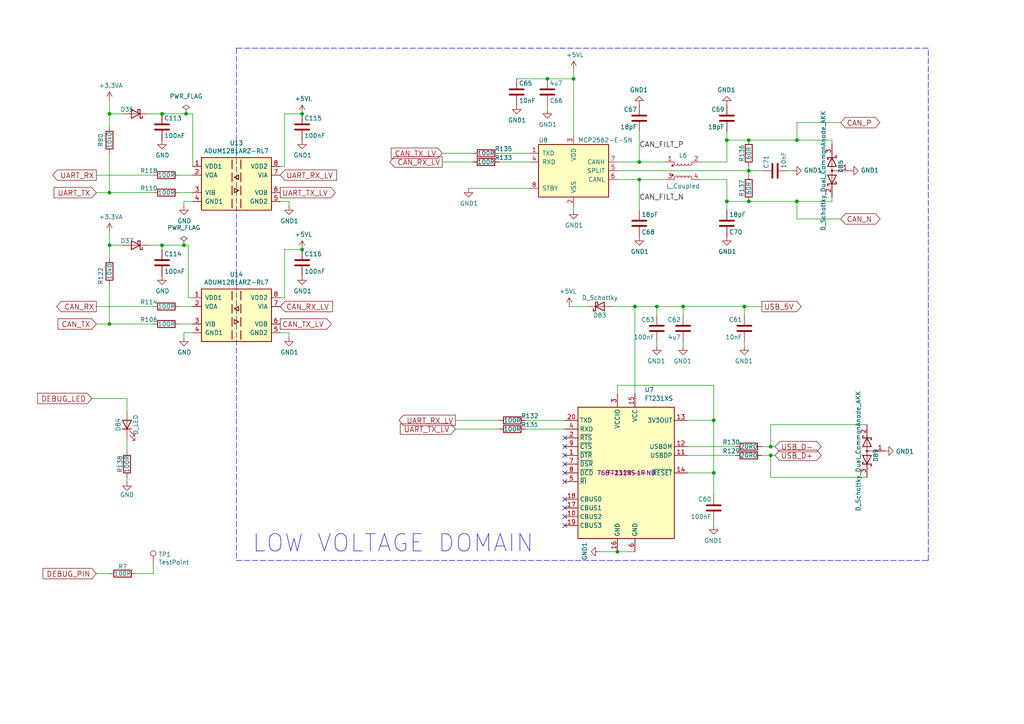
<source format=kicad_sch>
(kicad_sch (version 20250114) (generator "eeschema") (generator_version "9.0")
  (paper "A4")
  (lib_symbols
    (symbol "Connector:TestPoint" (pin_numbers (hide yes)) (pin_names (offset 0.762) (hide yes))
      (property "Reference" "TP" (at 0 6.858 0))
      (property "Value" "TestPoint" (at 0 5.08 0))
      (symbol "TestPoint_0_1"
        (circle (center 0 3.302) (radius 0.762))
      )
      (symbol "TestPoint_1_1"
        (pin passive line (at 0 0 90) (length 2.54) (name "1") (number "1"))
      )
    )
    (symbol "Device:C" (pin_numbers (hide yes)) (pin_names (offset 0.254))
      (property "Reference" "C" (at 0.635 2.54 0))
      (property "Value" "C" (at 0.635 -2.54 0))
      (symbol "C_0_1"
        (polyline (pts (xy -2.032 0.762) (xy 2.032 0.762)) (stroke (width 0.508)))
        (polyline (pts (xy -2.032 -0.762) (xy 2.032 -0.762)) (stroke (width 0.508)))
      )
      (symbol "C_1_1"
        (pin passive line (at 0 3.81 270) (length 2.794) (name "~") (number "1"))
        (pin passive line (at 0 -3.81 90) (length 2.794) (name "~") (number "2"))
      )
    )
    (symbol "Device:D_Schottky" (pin_numbers (hide yes)) (pin_names (offset 1.016) (hide yes))
      (property "Reference" "D" (at 0 2.54 0))
      (property "Value" "D_Schottky" (at 0 -2.54 0))
      (symbol "D_Schottky_0_1"
        (polyline (pts (xy -1.905 0.635) (xy -1.905 1.27) (xy -1.27 1.27) (xy -1.27 -1.27) (xy -0.635 -1.27) (xy -0.635 -0.635)) (stroke (width 0.254)))
        (polyline (pts (xy 1.27 1.27) (xy 1.27 -1.27) (xy -1.27 0) (xy 1.27 1.27)) (stroke (width 0.254)))
        (polyline (pts (xy 1.27 0) (xy -1.27 0)))
      )
      (symbol "D_Schottky_1_1"
        (pin passive line (at -3.81 0 0) (length 2.54) (name "K") (number "1"))
        (pin passive line (at 3.81 0 180) (length 2.54) (name "A") (number "2"))
      )
    )
    (symbol "Device:D_Schottky_Dual_CommonAnode_AKK" (pin_names (offset 0.762) (hide yes))
      (property "Reference" "D" (at 1.27 -2.54 0))
      (property "Value" "D_Schottky_Dual_CommonAnode_AKK" (at 0 2.54 0))
      (symbol "D_Schottky_Dual_CommonAnode_AKK_0_1"
        (polyline (pts (xy -3.81 1.27) (xy -3.81 -1.27) (xy -3.81 -1.27)) (stroke (width 0.254)))
        (polyline (pts (xy -3.81 1.27) (xy -4.318 1.27) (xy -4.318 1.016) (xy -4.318 1.016)) (stroke (width 0.254)))
        (polyline (pts (xy -3.556 0) (xy 3.81 0)))
        (polyline (pts (xy -3.302 -1.016) (xy -3.302 -1.27) (xy -3.81 -1.27) (xy -3.81 -1.27) (xy -3.81 -1.27)) (stroke (width 0.254)))
        (polyline (pts (xy -1.27 -1.27) (xy -3.81 0) (xy -1.27 1.27) (xy -1.27 -1.27) (xy -1.27 -1.27) (xy -1.27 -1.27)) (stroke (width 0.254)))
        (polyline (pts (xy 0 0) (xy 0 -2.54)))
        (circle (center 0 0) (radius 0.254) (fill (type outline)))
        (polyline (pts (xy 1.27 1.27) (xy 3.81 0) (xy 1.27 -1.27) (xy 1.27 1.27) (xy 1.27 1.27) (xy 1.27 1.27)) (stroke (width 0.254)))
        (polyline (pts (xy 3.81 1.27) (xy 3.81 -1.27) (xy 3.81 -1.27)) (stroke (width 0.254)))
        (polyline (pts (xy 3.81 1.27) (xy 3.302 1.27) (xy 3.302 1.016) (xy 3.302 1.016)) (stroke (width 0.254)))
        (polyline (pts (xy 3.81 -1.27) (xy 4.318 -1.27) (xy 4.318 -1.016) (xy 4.318 -1.016)) (stroke (width 0.254)))
        (pin passive line (at -7.62 0 0) (length 3.81) (name "K") (number "2"))
        (pin passive line (at 0 -5.08 90) (length 2.54) (name "A") (number "1"))
        (pin passive line (at 7.62 0 180) (length 3.81) (name "K") (number "3"))
      )
    )
    (symbol "Device:LED" (pin_numbers (hide yes)) (pin_names (offset 1.016) (hide yes))
      (property "Reference" "D" (at 0 2.54 0))
      (property "Value" "LED" (at 0 -2.54 0))
      (symbol "LED_0_1"
        (polyline (pts (xy -3.048 -0.762) (xy -4.572 -2.286) (xy -3.81 -2.286) (xy -4.572 -2.286) (xy -4.572 -1.524)))
        (polyline (pts (xy -1.778 -0.762) (xy -3.302 -2.286) (xy -2.54 -2.286) (xy -3.302 -2.286) (xy -3.302 -1.524)))
        (polyline (pts (xy -1.27 0) (xy 1.27 0)))
        (polyline (pts (xy -1.27 -1.27) (xy -1.27 1.27)) (stroke (width 0.254)))
        (polyline (pts (xy 1.27 -1.27) (xy 1.27 1.27) (xy -1.27 0) (xy 1.27 -1.27)) (stroke (width 0.254)))
      )
      (symbol "LED_1_1"
        (pin passive line (at -3.81 0 0) (length 2.54) (name "K") (number "1"))
        (pin passive line (at 3.81 0 180) (length 2.54) (name "A") (number "2"))
      )
    )
    (symbol "Device:L_Coupled" (pin_names (offset 0.254) (hide yes))
      (property "Reference" "L" (at 0 4.445 0))
      (property "Value" "L_Coupled" (at 0 -4.445 0))
      (symbol "L_Coupled_0_1"
        (circle (center -3.048 1.524) (radius 0.254) (fill (type outline)))
        (circle (center -3.048 -1.27) (radius 0.254) (fill (type outline)))
        (polyline (pts (xy -2.54 2.032) (xy -2.54 2.54)))
        (polyline (pts (xy -2.54 -2.032) (xy -2.54 -2.54)))
        (arc (start -1.524 2.032) (mid -2.032 1.5262) (end -2.54 2.032))
        (arc (start -2.54 -2.032) (mid -2.032 -1.5262) (end -1.524 -2.032))
        (arc (start -0.508 2.032) (mid -1.016 1.5262) (end -1.524 2.032))
        (arc (start -1.524 -2.032) (mid -1.016 -1.5262) (end -0.508 -2.032))
        (arc (start 0.508 2.032) (mid 0 1.5262) (end -0.508 2.032))
        (arc (start -0.508 -2.032) (mid 0 -1.5262) (end 0.508 -2.032))
        (arc (start 1.524 2.032) (mid 1.016 1.5262) (end 0.508 2.032))
        (arc (start 0.508 -2.032) (mid 1.016 -1.5262) (end 1.524 -2.032))
        (arc (start 2.54 2.032) (mid 2.032 1.5262) (end 1.524 2.032))
        (arc (start 1.524 -2.032) (mid 2.032 -1.5262) (end 2.54 -2.032))
        (polyline (pts (xy 2.54 2.54) (xy 2.54 2.032)))
        (polyline (pts (xy 2.54 -2.032) (xy 2.54 -2.54)))
      )
      (symbol "L_Coupled_1_1"
        (pin passive line (at -5.08 2.54 0) (length 2.54) (name "1") (number "1"))
        (pin passive line (at -5.08 -2.54 0) (length 2.54) (name "3") (number "3"))
        (pin passive line (at 5.08 2.54 180) (length 2.54) (name "2") (number "2"))
        (pin passive line (at 5.08 -2.54 180) (length 2.54) (name "4") (number "4"))
      )
    )
    (symbol "Device:R" (pin_numbers (hide yes)) (pin_names (offset 0))
      (property "Reference" "R" (at 2.032 0 90))
      (property "Value" "R" (at 0 0 90))
      (symbol "R_0_1"
        (rectangle (start -1.016 -2.54) (end 1.016 2.54) (stroke (width 0.254)))
      )
      (symbol "R_1_1"
        (pin passive line (at 0 3.81 270) (length 1.27) (name "~") (number "1"))
        (pin passive line (at 0 -3.81 90) (length 1.27) (name "~") (number "2"))
      )
    )
    (symbol "Interface_CAN_LIN:MCP2561-E-SN" (pin_names (offset 1.016))
      (property "Reference" "U" (at -10.16 8.89 0))
      (property "Value" "MCP2561-E-SN" (at 2.54 8.89 0))
      (symbol "MCP2561-E-SN_0_1"
        (rectangle (start -10.16 7.62) (end 10.16 -7.62) (stroke (width 0.254)) (fill (type background)))
      )
      (symbol "MCP2561-E-SN_1_1"
        (pin input line (at -12.7 5.08 0) (length 2.54) (name "TXD") (number "1"))
        (pin output line (at -12.7 2.54 0) (length 2.54) (name "RXD") (number "4"))
        (pin input line (at -12.7 -5.08 0) (length 2.54) (name "STBY") (number "8"))
        (pin power_in line (at 0 10.16 270) (length 2.54) (name "VDD") (number "3"))
        (pin power_in line (at 0 -10.16 90) (length 2.54) (name "VSS") (number "2"))
        (pin bidirectional line (at 12.7 2.54 180) (length 2.54) (name "CANH") (number "7"))
        (pin passive line (at 12.7 0 180) (length 2.54) (name "SPLIT") (number "5"))
        (pin bidirectional line (at 12.7 -2.54 180) (length 2.54) (name "CANL") (number "6"))
      )
    )
    (symbol "Interface_USB:FT231XS"
      (property "Reference" "U" (at -13.97 20.32 0))
      (property "Value" "FT231XS" (at 7.62 20.32 0))
      (symbol "FT231XS_0_1"
        (rectangle (start -13.97 19.05) (end 13.97 -19.05) (stroke (width 0.254)) (fill (type background)))
      )
      (symbol "FT231XS_1_1"
        (pin power_out line (at -17.78 15.24 0) (length 3.81) (name "3V3OUT") (number "13"))
        (pin bidirectional line (at -17.78 7.62 0) (length 3.81) (name "USBDM") (number "12"))
        (pin bidirectional line (at -17.78 5.08 0) (length 3.81) (name "USBDP") (number "11"))
        (pin input line (at -17.78 0 0) (length 3.81) (name "~{RESET}") (number "14"))
        (pin power_in line (at -2.54 22.86 270) (length 3.81) (name "VCC") (number "15"))
        (pin power_in line (at -2.54 -22.86 90) (length 3.81) (name "GND") (number "6"))
        (pin power_in line (at 2.54 22.86 270) (length 3.81) (name "VCCIO") (number "3"))
        (pin power_in line (at 2.54 -22.86 90) (length 3.81) (name "GND") (number "16"))
        (pin output line (at 17.78 15.24 180) (length 3.81) (name "TXD") (number "20"))
        (pin input line (at 17.78 12.7 180) (length 3.81) (name "RXD") (number "4"))
        (pin output line (at 17.78 10.16 180) (length 3.81) (name "~{RTS}") (number "2"))
        (pin input line (at 17.78 7.62 180) (length 3.81) (name "~{CTS}") (number "9"))
        (pin output line (at 17.78 5.08 180) (length 3.81) (name "~{DTR}") (number "1"))
        (pin input line (at 17.78 2.54 180) (length 3.81) (name "~{DSR}") (number "7"))
        (pin input line (at 17.78 0 180) (length 3.81) (name "~{DCD}") (number "8"))
        (pin input line (at 17.78 -2.54 180) (length 3.81) (name "~{RI}") (number "5"))
        (pin bidirectional line (at 17.78 -7.62 180) (length 3.81) (name "CBUS0") (number "18"))
        (pin bidirectional line (at 17.78 -10.16 180) (length 3.81) (name "CBUS1") (number "17"))
        (pin bidirectional line (at 17.78 -12.7 180) (length 3.81) (name "CBUS2") (number "10"))
        (pin bidirectional line (at 17.78 -15.24 180) (length 3.81) (name "CBUS3") (number "19"))
      )
    )
    (symbol "Isolator:ADuM1201WS" (pin_names (offset 1.016))
      (property "Reference" "U" (at -10.16 8.89 0))
      (property "Value" "ADuM1201WS" (at -2.032 8.89 0))
      (symbol "ADuM1201WS_0_1"
        (rectangle (start -10.16 7.62) (end 10.16 -7.62) (stroke (width 0.254)) (fill (type background)))
        (polyline (pts (xy -1.27 6.985) (xy -1.27 4.445)) (stroke (width 0.254)))
        (polyline (pts (xy -1.27 3.175) (xy -1.27 0.635)) (stroke (width 0.254)))
        (polyline (pts (xy -1.27 -0.635) (xy -1.27 -3.175)) (stroke (width 0.254)))
        (polyline (pts (xy -1.27 -4.445) (xy -1.27 -6.985)) (stroke (width 0.254)))
        (polyline (pts (xy -0.635 -1.27) (xy -0.635 -2.54) (xy 0.635 -1.905) (xy -0.635 -1.27)) (stroke (width 0.254)))
        (polyline (pts (xy 0.635 2.54) (xy 0.635 1.27) (xy -0.635 1.905) (xy 0.635 2.54)) (stroke (width 0.254)))
        (polyline (pts (xy 1.27 6.985) (xy 1.27 4.445)) (stroke (width 0.254)))
        (polyline (pts (xy 1.27 3.175) (xy 1.27 0.635)) (stroke (width 0.254)))
        (polyline (pts (xy 1.27 -0.635) (xy 1.27 -3.175)) (stroke (width 0.254)))
        (polyline (pts (xy 1.27 -4.445) (xy 1.27 -6.985)) (stroke (width 0.254)))
      )
      (symbol "ADuM1201WS_1_1"
        (pin power_in line (at -12.7 5.08 0) (length 2.54) (name "VDD1") (number "1"))
        (pin output line (at -12.7 2.54 0) (length 2.54) (name "VOA") (number "2"))
        (pin input line (at -12.7 -2.54 0) (length 2.54) (name "VIB") (number "3"))
        (pin power_in line (at -12.7 -5.08 0) (length 2.54) (name "GND1") (number "4"))
        (pin power_in line (at 12.7 5.08 180) (length 2.54) (name "VDD2") (number "8"))
        (pin input line (at 12.7 2.54 180) (length 2.54) (name "VIA") (number "7"))
        (pin output line (at 12.7 -2.54 180) (length 2.54) (name "VOB") (number "6"))
        (pin power_in line (at 12.7 -5.08 180) (length 2.54) (name "GND2") (number "5"))
      )
    )
    (symbol "power:+3.3VA" (power) (pin_names (offset 0))
      (property "Value" "+3.3VA" (at 0 3.556 0))
      (symbol "+3.3VA_0_1"
        (polyline (pts (xy -0.762 1.27) (xy 0 2.54)))
        (polyline (pts (xy 0 2.54) (xy 0.762 1.27)))
        (polyline (pts (xy 0 0) (xy 0 2.54)))
      )
      (symbol "+3.3VA_1_1"
        (pin power_in line (at 0 0 90) (length 0) (hide yes) (name "+3.3VA") (number "1"))
      )
    )
    (symbol "power:+5VL" (power) (pin_names (offset 0))
      (property "Value" "+5VL" (at 0 3.556 0))
      (symbol "+5VL_0_1"
        (polyline (pts (xy -0.762 1.27) (xy 0 2.54)))
        (polyline (pts (xy 0 2.54) (xy 0.762 1.27)))
        (polyline (pts (xy 0 0) (xy 0 2.54)))
      )
      (symbol "+5VL_1_1"
        (pin power_in line (at 0 0 90) (length 0) (hide yes) (name "+5VL") (number "1"))
      )
    )
    (symbol "power:GND" (power) (pin_names (offset 0))
      (property "Value" "GND" (at 0 -3.81 0))
      (symbol "GND_0_1"
        (polyline (pts (xy 0 0) (xy 0 -1.27) (xy 1.27 -1.27) (xy 0 -2.54) (xy -1.27 -1.27) (xy 0 -1.27)))
      )
      (symbol "GND_1_1"
        (pin power_in line (at 0 0 270) (length 0) (hide yes) (name "GND") (number "1"))
      )
    )
    (symbol "power:GND1" (power) (pin_names (offset 0))
      (property "Value" "GND1" (at 0 -3.81 0))
      (symbol "GND1_0_1"
        (polyline (pts (xy 0 0) (xy 0 -1.27) (xy 1.27 -1.27) (xy 0 -2.54) (xy -1.27 -1.27) (xy 0 -1.27)))
      )
      (symbol "GND1_1_1"
        (pin power_in line (at 0 0 270) (length 0) (hide yes) (name "GND1") (number "1"))
      )
    )
    (symbol "power:PWR_FLAG" (power) (pin_numbers (hide yes)) (pin_names (offset 0) (hide yes))
      (property "Value" "PWR_FLAG" (at 0 3.81 0))
      (symbol "PWR_FLAG_0_0"
        (pin power_out line (at 0 0 90) (length 0) (name "pwr") (number "1"))
      )
      (symbol "PWR_FLAG_0_1"
        (polyline (pts (xy 0 0) (xy 0 1.27) (xy -1.016 1.905) (xy 0 2.54) (xy 1.016 1.905) (xy 0 1.27)))
      )
    )
  )
  (text "LOW VOLTAGE DOMAIN" (at 73.025 160.655 0) (effects (font (size 5.0038 5.0038)) (justify left bottom)))
  (junction (at 207.01 121.92))
  (junction (at 223.52 129.54))
  (junction (at 210.82 40.64))
  (junction (at 198.12 88.9))
  (junction (at 190.5 88.9))
  (junction (at 31.75 93.98))
  (junction (at 31.75 71.12))
  (junction (at 231.14 58.42))
  (junction (at 185.42 52.07))
  (junction (at 217.17 49.53))
  (junction (at 31.75 33.02))
  (junction (at 46.99 33.02))
  (junction (at 166.37 22.86))
  (junction (at 217.17 40.64))
  (junction (at 53.975 33.02))
  (junction (at 87.63 72.39))
  (junction (at 46.99 71.12))
  (junction (at 179.07 160.02))
  (junction (at 53.34 71.12))
  (junction (at 158.75 22.86))
  (junction (at 210.82 58.42))
  (junction (at 217.17 58.42))
  (junction (at 207.01 137.16))
  (junction (at 185.42 46.99))
  (junction (at 231.14 40.64))
  (junction (at 215.9 88.9))
  (junction (at 223.52 132.08))
  (junction (at 87.63 33.02))
  (junction (at 184.15 88.9))
  (junction (at 31.75 55.88))
  (no_connect (at 163.83 147.32))
  (no_connect (at 163.83 134.62))
  (no_connect (at 163.83 152.4))
  (no_connect (at 163.83 144.78))
  (no_connect (at 163.83 129.54))
  (no_connect (at 163.83 127))
  (no_connect (at 163.83 137.16))
  (no_connect (at 163.83 132.08))
  (no_connect (at 163.83 139.7))
  (no_connect (at 163.83 149.86))
  (wire (pts (xy 179.07 49.53) (xy 217.17 49.53)))
  (wire (pts (xy 87.63 72.39) (xy 82.55 72.39)))
  (wire (pts (xy 83.82 96.52) (xy 81.28 96.52)))
  (wire (pts (xy 215.9 100.33) (xy 215.9 99.06)))
  (wire (pts (xy 163.83 121.92) (xy 152.4 121.92)))
  (wire (pts (xy 31.75 71.12) (xy 31.75 74.93)))
  (wire (pts (xy 53.975 33.02) (xy 55.88 33.02)))
  (wire (pts (xy 137.16 46.99) (xy 128.27 46.99)))
  (wire (pts (xy 165.1 88.9) (xy 170.18 88.9)))
  (wire (pts (xy 217.17 48.26) (xy 217.17 49.53)))
  (wire (pts (xy 44.45 166.37) (xy 39.37 166.37)))
  (wire (pts (xy 153.67 44.45) (xy 144.78 44.45)))
  (wire (pts (xy 190.5 100.33) (xy 190.5 99.06)))
  (wire (pts (xy 185.42 52.07) (xy 185.42 60.96)))
  (wire (pts (xy 179.07 114.3) (xy 179.07 111.76)))
  (wire (pts (xy 144.78 46.99) (xy 153.67 46.99)))
  (wire (pts (xy 185.42 46.99) (xy 185.42 38.1)))
  (polyline (pts (xy 269.24 162.56) (xy 269.24 13.97)) (stroke (width 0) (type dash)))
  (wire (pts (xy 53.34 58.42) (xy 55.88 58.42)))
  (wire (pts (xy 215.9 91.44) (xy 215.9 88.9)))
  (wire (pts (xy 55.88 86.36) (xy 54.61 86.36)))
  (wire (pts (xy 53.34 59.69) (xy 53.34 58.42)))
  (wire (pts (xy 207.01 111.76) (xy 207.01 121.92)))
  (wire (pts (xy 220.98 49.53) (xy 217.17 49.53)))
  (wire (pts (xy 52.07 93.98) (xy 55.88 93.98)))
  (wire (pts (xy 210.82 46.99) (xy 203.2 46.99)))
  (wire (pts (xy 52.07 50.8) (xy 55.88 50.8)))
  (wire (pts (xy 31.75 44.45) (xy 31.75 55.88)))
  (wire (pts (xy 53.34 96.52) (xy 55.88 96.52)))
  (wire (pts (xy 166.37 22.86) (xy 166.37 39.37)))
  (wire (pts (xy 224.79 132.08) (xy 223.52 132.08)))
  (wire (pts (xy 128.27 44.45) (xy 137.16 44.45)))
  (wire (pts (xy 43.18 33.02) (xy 46.99 33.02)))
  (wire (pts (xy 231.14 40.64) (xy 241.3 40.64)))
  (wire (pts (xy 241.3 40.64) (xy 241.3 41.91)))
  (wire (pts (xy 31.75 33.02) (xy 31.75 36.83)))
  (wire (pts (xy 223.52 132.08) (xy 220.98 132.08)))
  (wire (pts (xy 198.12 91.44) (xy 198.12 88.9)))
  (wire (pts (xy 207.01 137.16) (xy 207.01 143.51)))
  (wire (pts (xy 223.52 129.54) (xy 224.79 129.54)))
  (wire (pts (xy 31.75 55.88) (xy 27.94 55.88)))
  (wire (pts (xy 210.82 38.1) (xy 210.82 40.64)))
  (wire (pts (xy 55.88 55.88) (xy 52.07 55.88)))
  (wire (pts (xy 166.37 60.96) (xy 166.37 59.69)))
  (wire (pts (xy 53.34 71.12) (xy 54.61 71.12)))
  (wire (pts (xy 36.83 119.38) (xy 36.83 115.57)))
  (wire (pts (xy 231.14 58.42) (xy 241.3 58.42)))
  (wire (pts (xy 203.2 52.07) (xy 210.82 52.07)))
  (wire (pts (xy 223.52 138.43) (xy 223.52 132.08)))
  (wire (pts (xy 87.63 33.02) (xy 82.55 33.02)))
  (wire (pts (xy 207.01 121.92) (xy 199.39 121.92)))
  (wire (pts (xy 198.12 88.9) (xy 190.5 88.9)))
  (wire (pts (xy 54.61 86.36) (xy 54.61 71.12)))
  (polyline (pts (xy 68.58 13.97) (xy 269.24 13.97)) (stroke (width 0) (type dash)))
  (wire (pts (xy 166.37 20.32) (xy 166.37 22.86)))
  (wire (pts (xy 179.07 160.02) (xy 173.99 160.02)))
  (wire (pts (xy 44.45 88.9) (xy 27.94 88.9)))
  (wire (pts (xy 223.52 123.19) (xy 251.46 123.19)))
  (wire (pts (xy 231.14 63.5) (xy 231.14 58.42)))
  (wire (pts (xy 31.75 82.55) (xy 31.75 93.98)))
  (wire (pts (xy 217.17 58.42) (xy 231.14 58.42)))
  (wire (pts (xy 243.84 35.56) (xy 231.14 35.56)))
  (wire (pts (xy 53.34 97.79) (xy 53.34 96.52)))
  (wire (pts (xy 153.67 54.61) (xy 135.89 54.61)))
  (wire (pts (xy 36.83 115.57) (xy 26.67 115.57)))
  (wire (pts (xy 210.82 40.64) (xy 217.17 40.64)))
  (wire (pts (xy 158.75 22.86) (xy 166.37 22.86)))
  (wire (pts (xy 43.18 71.12) (xy 46.99 71.12)))
  (wire (pts (xy 217.17 49.53) (xy 217.17 50.8)))
  (wire (pts (xy 210.82 58.42) (xy 217.17 58.42)))
  (wire (pts (xy 149.86 22.86) (xy 158.75 22.86)))
  (wire (pts (xy 83.82 58.42) (xy 81.28 58.42)))
  (wire (pts (xy 44.45 93.98) (xy 31.75 93.98)))
  (wire (pts (xy 198.12 100.33) (xy 198.12 99.06)))
  (wire (pts (xy 31.75 67.31) (xy 31.75 71.12)))
  (wire (pts (xy 229.87 49.53) (xy 228.6 49.53)))
  (wire (pts (xy 55.88 88.9) (xy 52.07 88.9)))
  (wire (pts (xy 213.36 132.08) (xy 199.39 132.08)))
  (wire (pts (xy 36.83 130.81) (xy 36.83 127)))
  (wire (pts (xy 223.52 129.54) (xy 223.52 123.19)))
  (wire (pts (xy 83.82 97.79) (xy 83.82 96.52)))
  (wire (pts (xy 82.55 33.02) (xy 82.55 48.26)))
  (wire (pts (xy 185.42 52.07) (xy 193.04 52.07)))
  (wire (pts (xy 199.39 129.54) (xy 213.36 129.54)))
  (wire (pts (xy 35.56 71.12) (xy 31.75 71.12)))
  (wire (pts (xy 215.9 88.9) (xy 198.12 88.9)))
  (wire (pts (xy 190.5 91.44) (xy 190.5 88.9)))
  (wire (pts (xy 46.99 71.12) (xy 53.34 71.12)))
  (wire (pts (xy 132.08 121.92) (xy 144.78 121.92)))
  (wire (pts (xy 207.01 137.16) (xy 199.39 137.16)))
  (wire (pts (xy 36.83 139.7) (xy 36.83 138.43)))
  (wire (pts (xy 82.55 48.26) (xy 81.28 48.26)))
  (wire (pts (xy 31.75 93.98) (xy 27.94 93.98)))
  (wire (pts (xy 190.5 88.9) (xy 184.15 88.9)))
  (wire (pts (xy 82.55 86.36) (xy 81.28 86.36)))
  (wire (pts (xy 83.82 59.69) (xy 83.82 58.42)))
  (wire (pts (xy 82.55 72.39) (xy 82.55 86.36)))
  (wire (pts (xy 210.82 40.64) (xy 210.82 46.99)))
  (wire (pts (xy 27.94 50.8) (xy 44.45 50.8)))
  (wire (pts (xy 158.75 31.75) (xy 158.75 30.48)))
  (wire (pts (xy 31.75 29.21) (xy 31.75 33.02)))
  (wire (pts (xy 46.99 71.12) (xy 46.99 72.39)))
  (wire (pts (xy 152.4 124.46) (xy 163.83 124.46)))
  (wire (pts (xy 31.75 166.37) (xy 27.94 166.37)))
  (polyline (pts (xy 68.58 162.56) (xy 269.24 162.56)) (stroke (width 0) (type dash)))
  (wire (pts (xy 144.78 124.46) (xy 132.08 124.46)))
  (wire (pts (xy 243.84 63.5) (xy 231.14 63.5)))
  (wire (pts (xy 179.07 46.99) (xy 185.42 46.99)))
  (wire (pts (xy 207.01 152.4) (xy 207.01 151.13)))
  (wire (pts (xy 241.3 58.42) (xy 241.3 57.15)))
  (wire (pts (xy 220.98 88.9) (xy 215.9 88.9)))
  (wire (pts (xy 44.45 163.83) (xy 44.45 166.37)))
  (wire (pts (xy 207.01 121.92) (xy 207.01 137.16)))
  (wire (pts (xy 46.99 33.02) (xy 53.975 33.02)))
  (wire (pts (xy 185.42 46.99) (xy 193.04 46.99)))
  (wire (pts (xy 207.01 111.76) (xy 179.07 111.76)))
  (polyline (pts (xy 68.58 13.97) (xy 68.58 162.56)) (stroke (width 0) (type dash)))
  (wire (pts (xy 44.45 55.88) (xy 31.75 55.88)))
  (wire (pts (xy 184.15 88.9) (xy 177.8 88.9)))
  (wire (pts (xy 35.56 33.02) (xy 31.75 33.02)))
  (wire (pts (xy 179.07 52.07) (xy 185.42 52.07)))
  (wire (pts (xy 217.17 40.64) (xy 231.14 40.64)))
  (wire (pts (xy 231.14 35.56) (xy 231.14 40.64)))
  (wire (pts (xy 251.46 138.43) (xy 223.52 138.43)))
  (wire (pts (xy 210.82 58.42) (xy 210.82 60.96)))
  (wire (pts (xy 220.98 129.54) (xy 223.52 129.54)))
  (wire (pts (xy 179.07 160.02) (xy 184.15 160.02)))
  (wire (pts (xy 184.15 88.9) (xy 184.15 114.3)))
  (wire (pts (xy 55.88 33.02) (xy 55.88 48.26)))
  (wire (pts (xy 210.82 52.07) (xy 210.82 58.42)))
  (label "CAN_FILT_P" (at 185.42 43.18 0) (effects (font (size 1.524 1.524))))
  (label "CAN_FILT_N" (at 185.42 58.42 0) (effects (font (size 1.524 1.524))))
  (global_label "USB_D-" (shape bidirectional) (at 224.79 129.54 0) (effects (font (size 1.524 1.524))) (property "Intersheetrefs" "${INTERSHEET_REFS}" (effects (hide yes))))
  (global_label "CAN_N" (shape bidirectional) (at 243.84 63.5 0) (effects (font (size 1.524 1.524))) (property "Intersheetrefs" "${INTERSHEET_REFS}" (effects (hide yes))))
  (global_label "DEBUG_PIN" (shape input) (at 27.94 166.37 180) (effects (font (size 1.524 1.524))) (property "Intersheetrefs" "${INTERSHEET_REFS}" (effects (hide yes))))
  (global_label "UART_TX_LV" (shape output) (at 81.28 55.88 0) (effects (font (size 1.524 1.524))) (property "Intersheetrefs" "${INTERSHEET_REFS}" (effects (hide yes))))
  (global_label "DEBUG_LED" (shape input) (at 26.67 115.57 180) (effects (font (size 1.524 1.524))) (property "Intersheetrefs" "${INTERSHEET_REFS}" (effects (hide yes))))
  (global_label "CAN_RX_LV" (shape output) (at 128.27 46.99 180) (effects (font (size 1.524 1.524))) (property "Intersheetrefs" "${INTERSHEET_REFS}" (effects (hide yes))))
  (global_label "USB_D+" (shape bidirectional) (at 224.79 132.08 0) (effects (font (size 1.524 1.524))) (property "Intersheetrefs" "${INTERSHEET_REFS}" (effects (hide yes))))
  (global_label "USB_5V" (shape output) (at 220.98 88.9 0) (effects (font (size 1.524 1.524))) (property "Intersheetrefs" "${INTERSHEET_REFS}" (effects (hide yes))))
  (global_label "CAN_TX_LV" (shape output) (at 81.28 93.98 0) (effects (font (size 1.524 1.524))) (property "Intersheetrefs" "${INTERSHEET_REFS}" (effects (hide yes))))
  (global_label "UART_RX" (shape output) (at 27.94 50.8 180) (effects (font (size 1.524 1.524))) (property "Intersheetrefs" "${INTERSHEET_REFS}" (effects (hide yes))))
  (global_label "CAN_RX" (shape output) (at 27.94 88.9 180) (effects (font (size 1.524 1.524))) (property "Intersheetrefs" "${INTERSHEET_REFS}" (effects (hide yes))))
  (global_label "UART_TX" (shape input) (at 27.94 55.88 180) (effects (font (size 1.524 1.524))) (property "Intersheetrefs" "${INTERSHEET_REFS}" (effects (hide yes))))
  (global_label "UART_RX_LV" (shape input) (at 81.28 50.8 0) (effects (font (size 1.524 1.524))) (property "Intersheetrefs" "${INTERSHEET_REFS}" (effects (hide yes))))
  (global_label "CAN_P" (shape bidirectional) (at 243.84 35.56 0) (effects (font (size 1.524 1.524))) (property "Intersheetrefs" "${INTERSHEET_REFS}" (effects (hide yes))))
  (global_label "CAN_TX" (shape input) (at 27.94 93.98 180) (effects (font (size 1.524 1.524))) (property "Intersheetrefs" "${INTERSHEET_REFS}" (effects (hide yes))))
  (global_label "CAN_RX_LV" (shape input) (at 81.28 88.9 0) (effects (font (size 1.524 1.524))) (property "Intersheetrefs" "${INTERSHEET_REFS}" (effects (hide yes))))
  (global_label "CAN_TX_LV" (shape input) (at 128.27 44.45 180) (effects (font (size 1.524 1.524))) (property "Intersheetrefs" "${INTERSHEET_REFS}" (effects (hide yes))))
  (global_label "UART_RX_LV" (shape output) (at 132.08 121.92 180) (effects (font (size 1.524 1.524))) (property "Intersheetrefs" "${INTERSHEET_REFS}" (effects (hide yes))))
  (global_label "UART_TX_LV" (shape input) (at 132.08 124.46 180) (effects (font (size 1.524 1.524))) (property "Intersheetrefs" "${INTERSHEET_REFS}" (effects (hide yes))))
  (symbol (lib_id "Device:R") (at 140.97 44.45 270) (unit 1)
    (property "Reference" "R135" (at 146.05 43.18 90))
    (property "Value" "100R" (at 140.97 44.45 90))
    (property "Footprint" "Resistor_SMD:R_0603_1608Metric" (effects (hide yes)))
    (property "MPN" "AC0603FR-07100RL" (effects (hide yes)))
    (property "populate" "y" (effects (hide yes)))
    (property "Part Number" "AC0603FR-07100RL" (effects (hide yes)))
    (property "Digikey_PN" "YAG3561CT-ND" (effects (hide yes)))
  )
  (symbol (lib_id "Device:R") (at 140.97 46.99 270) (unit 1)
    (property "Reference" "R133" (at 146.05 45.72 90))
    (property "Value" "100R" (at 140.97 46.99 90))
    (property "Footprint" "Resistor_SMD:R_0603_1608Metric" (effects (hide yes)))
    (property "MPN" "AC0603FR-07100RL" (effects (hide yes)))
    (property "populate" "y" (effects (hide yes)))
    (property "Part Number" "AC0603FR-07100RL" (effects (hide yes)))
    (property "Digikey_PN" "YAG3561CT-ND" (effects (hide yes)))
  )
  (symbol (lib_id "Device:R") (at 217.17 44.45 180) (unit 1)
    (property "Reference" "R136" (at 215.138 44.45 90))
    (property "Value" "60R" (at 217.17 44.45 90))
    (property "Footprint" "Resistor_SMD:R_2512_6332Metric" (effects (hide yes)))
    (property "Datasheet" "https://www.seielect.com/Catalog/SEI-RMCF_RMCP.pdf" (effects (hide yes)))
    (property "MPN" "RMCF2512JT62R0" (effects (hide yes)))
    (property "populate" "y" (effects (hide yes)))
    (property "Part Number" "RMCF2512JT62R0" (effects (hide yes)))
    (property "Digikey_PN" "RMCF2512JT62R0CT-ND" (effects (hide yes)))
  )
  (symbol (lib_id "Device:R") (at 217.17 54.61 180) (unit 1)
    (property "Reference" "R137" (at 215.138 54.61 90))
    (property "Value" "60R" (at 217.17 54.61 90))
    (property "Footprint" "Resistor_SMD:R_2512_6332Metric" (effects (hide yes)))
    (property "Datasheet" "https://www.seielect.com/Catalog/SEI-RMCF_RMCP.pdf" (effects (hide yes)))
    (property "MPN" "RMCF2512JT62R0" (effects (hide yes)))
    (property "populate" "y" (effects (hide yes)))
    (property "Part Number" "RMCF2512JT62R0" (effects (hide yes)))
    (property "Digikey_PN" "RMCF2512JT62R0CT-ND" (effects (hide yes)))
  )
  (symbol (lib_id "Device:C") (at 215.9 95.25 0) (mirror y) (unit 1)
    (property "Reference" "C61" (at 215.265 92.71 0) (effects (justify left)))
    (property "Value" "10nF" (at 215.265 97.79 0) (effects (justify left)))
    (property "Footprint" "Capacitor_SMD:C_0603_1608Metric" (effects (hide yes)))
    (property "MPN" "GCM188R72A103KA37D" (effects (hide yes)))
    (property "populate" "y" (effects (hide yes)))
    (property "Part Number" "GCM188R72A103KA37D" (effects (hide yes)))
    (property "Digikey_PN" "490-4781-1-ND" (effects (hide yes)))
  )
  (symbol (lib_id "Device:C") (at 190.5 95.25 0) (mirror y) (unit 1)
    (property "Reference" "C63" (at 189.865 92.71 0) (effects (justify left)))
    (property "Value" "100nF" (at 189.865 97.79 0) (effects (justify left)))
    (property "Footprint" "Capacitor_SMD:C_0603_1608Metric" (effects (hide yes)))
    (property "Datasheet" "http://psearch.en.murata.com/capacitor/product/GCM188R71H104KA57%23.pdf" (effects (hide yes)))
    (property "MPN" "GCM188R71H104KA57D" (effects (hide yes)))
    (property "populate" "y" (effects (hide yes)))
    (property "Part Number" "GCM188R71H104KA57D" (effects (hide yes)))
    (property "Digikey_PN" "490-4779-1-ND" (effects (hide yes)))
  )
  (symbol (lib_id "Device:C") (at 198.12 95.25 0) (mirror y) (unit 1)
    (property "Reference" "C62" (at 197.485 92.71 0) (effects (justify left)))
    (property "Value" "4u7" (at 197.485 97.79 0) (effects (justify left)))
    (property "Footprint" "Capacitor_SMD:C_1206_3216Metric" (effects (hide yes)))
    (property "Datasheet" "https://product.tdk.com/info/en/catalog/datasheets/mlcc_automotive_soft_en.pdf" (effects (hide yes)))
    (property "MPN" "CGA5L3X7R1H475K160AE" (effects (hide yes)))
    (property "populate" "y" (effects (hide yes)))
    (property "Part Number" "CGA5L3X7R1H475K160AE" (effects (hide yes)))
    (property "Digikey_PN" "445-172481-1-ND" (effects (hide yes)))
  )
  (symbol (lib_id "Device:D_Schottky") (at 173.99 88.9 0) (mirror x) (unit 1)
    (property "Reference" "D83" (at 173.99 91.44 0))
    (property "Value" "D_Schottky" (at 173.99 86.36 0))
    (property "Footprint" "Diode_SMD:D_SMA" (effects (hide yes)))
    (property "Datasheet" "https://www.st.com/content/ccc/resource/technical/document/datasheet/c8/2f/54/15/4c/14/44/bb/CD00003321.pdf/files/CD00003321.pdf/jcr:content/translations/en.CD00003321.pdf" (effects (hide yes)))
    (property "MPN" "STPS1150A" (effects (hide yes)))
    (property "populate" "y" (effects (hide yes)))
    (property "Part Number" "STPS1150A" (effects (hide yes)))
    (property "Digikey_PN" "497-7545-1-ND" (effects (hide yes)))
  )
  (symbol (lib_id "Device:C") (at 149.86 26.67 0) (unit 1)
    (property "Reference" "C65" (at 150.495 24.13 0) (effects (justify left)))
    (property "Value" "10nF" (at 150.495 29.21 0) (effects (justify left)))
    (property "Footprint" "Capacitor_SMD:C_0603_1608Metric" (effects (hide yes)))
    (property "MPN" "GCM188R72A103KA37D" (effects (hide yes)))
    (property "populate" "y" (effects (hide yes)))
    (property "Part Number" "GCM188R72A103KA37D" (effects (hide yes)))
    (property "Digikey_PN" "490-4781-1-ND" (effects (hide yes)))
  )
  (symbol (lib_id "Device:C") (at 207.01 147.32 0) (mirror y) (unit 1)
    (property "Reference" "C60" (at 206.375 144.78 0) (effects (justify left)))
    (property "Value" "100nF" (at 206.375 149.86 0) (effects (justify left)))
    (property "Footprint" "Capacitor_SMD:C_0603_1608Metric" (effects (hide yes)))
    (property "Datasheet" "http://psearch.en.murata.com/capacitor/product/GCM188R71H104KA57%23.pdf" (effects (hide yes)))
    (property "MPN" "GCM188R71H104KA57D" (effects (hide yes)))
    (property "populate" "y" (effects (hide yes)))
    (property "Part Number" "GCM188R71H104KA57D" (effects (hide yes)))
    (property "Digikey_PN" "490-4779-1-ND" (effects (hide yes)))
  )
  (symbol (lib_id "Device:LED") (at 36.83 123.19 90) (unit 1)
    (property "Reference" "D84" (at 34.29 123.19 0))
    (property "Value" "D_LED" (at 39.37 123.19 0))
    (property "Footprint" "Diode_SMD:D_0603_1608Metric" (effects (hide yes)))
    (property "Datasheet" "http://optoelectronics.liteon.com/upload/download/DS22-2000-223/LTST-C191KRKT.PDF" (effects (hide yes)))
    (property "MPN" "LTST-C191KRKT" (effects (hide yes)))
    (property "populate" "y" (effects (hide yes)))
    (property "Part Number" "LTST-C191KRKT" (effects (hide yes)))
    (property "Digikey_PN" "160-1447-1-ND" (effects (hide yes)))
  )
  (symbol (lib_id "Device:R") (at 36.83 134.62 180) (unit 1)
    (property "Reference" "R138" (at 34.798 134.62 90))
    (property "Value" "100R" (at 36.83 134.62 90))
    (property "Footprint" "Resistor_SMD:R_0603_1608Metric" (effects (hide yes)))
    (property "MPN" "AC0603FR-07100RL" (effects (hide yes)))
    (property "populate" "y" (effects (hide yes)))
    (property "Part Number" "AC0603FR-07100RL" (effects (hide yes)))
    (property "Digikey_PN" "YAG3561CT-ND" (effects (hide yes)))
  )
  (symbol (lib_id "power:GND") (at 36.83 139.7 0) (unit 1)
    (property "Reference" "#PWR058" (effects (hide yes)))
    (property "Value" "GND" (at 36.83 143.51 0))
  )
  (symbol (lib_id "Device:C") (at 224.79 49.53 90) (unit 1)
    (property "Reference" "C71" (at 222.25 48.895 0) (effects (justify left)))
    (property "Value" "10nF" (at 227.33 48.895 0) (effects (justify left)))
    (property "Footprint" "Capacitor_SMD:C_0603_1608Metric" (effects (hide yes)))
    (property "MPN" "GCM188R72A103KA37D" (effects (hide yes)))
    (property "populate" "y" (effects (hide yes)))
    (property "Part Number" "GCM188R72A103KA37D" (effects (hide yes)))
    (property "Digikey_PN" "490-4781-1-ND" (effects (hide yes)))
  )
  (symbol (lib_id "Device:R") (at 217.17 129.54 270) (mirror x) (unit 1)
    (property "Reference" "R130" (at 212.09 128.27 90))
    (property "Value" "20R0" (at 217.17 129.54 90))
    (property "Footprint" "Resistor_SMD:R_0603_1608Metric" (effects (hide yes)))
    (property "Datasheet" "https://www.seielect.com/catalog/sei-rmcf_rmcp.pdf" (effects (hide yes)))
    (property "MPN" "RMCF0603FT20R0" (effects (hide yes)))
    (property "populate" "y" (effects (hide yes)))
    (property "Part Number" "RMCF0603FT20R0" (effects (hide yes)))
    (property "Digikey_PN" "RMCF0603FT20R0CT-ND" (effects (hide yes)))
  )
  (symbol (lib_id "Device:R") (at 217.17 132.08 270) (mirror x) (unit 1)
    (property "Reference" "R129" (at 212.09 130.81 90))
    (property "Value" "20R0" (at 217.17 132.08 90))
    (property "Footprint" "Resistor_SMD:R_0603_1608Metric" (effects (hide yes)))
    (property "Datasheet" "https://www.seielect.com/catalog/sei-rmcf_rmcp.pdf" (effects (hide yes)))
    (property "MPN" "RMCF0603FT20R0" (effects (hide yes)))
    (property "populate" "y" (effects (hide yes)))
    (property "Part Number" "RMCF0603FT20R0" (effects (hide yes)))
    (property "Digikey_PN" "RMCF0603FT20R0CT-ND" (effects (hide yes)))
  )
  (symbol (lib_id "Device:L_Coupled") (at 198.12 49.53 0) (unit 1)
    (property "Reference" "L6" (at 198.12 45.085 0))
    (property "Value" "L_Coupled" (at 198.12 53.975 0))
    (property "Footprint" "Footprints:ACT45B" (effects (hide yes)))
    (property "Datasheet" "https://en.tdk.eu/inf/30/ds/act45b.pdf" (effects (hide yes)))
    (property "MPN" "B82787C0513H002" (effects (hide yes)))
    (property "populate" "y" (effects (hide yes)))
    (property "Part Number" "B82787C0513H002" (effects (hide yes)))
    (property "Digikey_PN" "495-4597-1-ND" (effects (hide yes)))
  )
  (symbol (lib_id "Device:C") (at 210.82 34.29 0) (mirror y) (unit 1)
    (property "Reference" "C69" (at 210.185 31.75 0) (effects (justify left)))
    (property "Value" "18pF" (at 210.185 36.83 0) (effects (justify left)))
    (property "Footprint" "Capacitor_SMD:C_0603_1608Metric" (effects (hide yes)))
    (property "Datasheet" "https://product.tdk.com/info/en/documents/chara_sheet/CGA3E2C0G1H180J080AA.pdf" (effects (hide yes)))
    (property "MPN" "CGA3E2C0G1H180J080AA" (effects (hide yes)))
    (property "populate" "y" (effects (hide yes)))
    (property "Part Number" "CGA3E2C0G1H180J080AA" (effects (hide yes)))
    (property "Digikey_PN" "445-5631-1-ND" (effects (hide yes)))
  )
  (symbol (lib_id "Device:C") (at 210.82 64.77 0) (mirror x) (unit 1)
    (property "Reference" "C70" (at 211.455 67.31 0) (effects (justify left)))
    (property "Value" "18pF" (at 211.455 62.23 0) (effects (justify left)))
    (property "Footprint" "Capacitor_SMD:C_0603_1608Metric" (effects (hide yes)))
    (property "Datasheet" "https://product.tdk.com/info/en/documents/chara_sheet/CGA3E2C0G1H180J080AA.pdf" (effects (hide yes)))
    (property "MPN" "CGA3E2C0G1H180J080AA" (effects (hide yes)))
    (property "populate" "y" (effects (hide yes)))
    (property "Part Number" "CGA3E2C0G1H180J080AA" (effects (hide yes)))
    (property "Digikey_PN" "445-5631-1-ND" (effects (hide yes)))
  )
  (symbol (lib_id "Device:C") (at 185.42 64.77 0) (mirror x) (unit 1)
    (property "Reference" "C68" (at 186.055 67.31 0) (effects (justify left)))
    (property "Value" "18pF" (at 186.055 62.23 0) (effects (justify left)))
    (property "Footprint" "Capacitor_SMD:C_0603_1608Metric" (effects (hide yes)))
    (property "Datasheet" "https://product.tdk.com/info/en/documents/chara_sheet/CGA3E2C0G1H180J080AA.pdf" (effects (hide yes)))
    (property "MPN" "CGA3E2C0G1H180J080AA" (effects (hide yes)))
    (property "populate" "y" (effects (hide yes)))
    (property "Part Number" "CGA3E2C0G1H180J080AA" (effects (hide yes)))
    (property "Digikey_PN" "445-5631-1-ND" (effects (hide yes)))
  )
  (symbol (lib_id "Device:C") (at 185.42 34.29 0) (mirror y) (unit 1)
    (property "Reference" "C67" (at 184.785 31.75 0) (effects (justify left)))
    (property "Value" "18pF" (at 184.785 36.83 0) (effects (justify left)))
    (property "Footprint" "Capacitor_SMD:C_0603_1608Metric" (effects (hide yes)))
    (property "Datasheet" "https://product.tdk.com/info/en/documents/chara_sheet/CGA3E2C0G1H180J080AA.pdf" (effects (hide yes)))
    (property "MPN" "CGA3E2C0G1H180J080AA" (effects (hide yes)))
    (property "populate" "y" (effects (hide yes)))
    (property "Part Number" "CGA3E2C0G1H180J080AA" (effects (hide yes)))
    (property "Digikey_PN" "445-5631-1-ND" (effects (hide yes)))
  )
  (symbol (lib_id "Device:D_Schottky_Dual_CommonAnode_AKK") (at 241.3 49.53 90) (unit 1)
    (property "Reference" "D85" (at 243.84 48.26 0))
    (property "Value" "D_Schottky_Dual_CommonAnode_AKK" (at 238.76 49.53 0))
    (property "Footprint" "Footprints:D_SOT-23_ANK" (effects (hide yes)))
    (property "Datasheet" "https://media.digikey.com/pdf/Data%20Sheets/ST%20Microelectronics%20PDFS/ESDCAN(01,24)-2BLY,.pdf" (effects (hide yes)))
    (property "MPN" "ESDCAN24-2BLY" (effects (hide yes)))
    (property "Part Number" "ESDCAN24-2BLY" (effects (hide yes)))
    (property "Digikey_PN" "1727-5397-1-ND" (effects (hide yes)))
  )
  (symbol (lib_id "Device:R") (at 148.59 121.92 90) (mirror x) (unit 1)
    (property "Reference" "R132" (at 153.67 120.65 90))
    (property "Value" "100R" (at 148.59 121.92 90))
    (property "Footprint" "Resistor_SMD:R_0603_1608Metric" (effects (hide yes)))
    (property "MPN" "AC0603FR-07100RL" (effects (hide yes)))
    (property "populate" "y" (effects (hide yes)))
    (property "Part Number" "AC0603FR-07100RL" (effects (hide yes)))
    (property "Digikey_PN" "YAG3561CT-ND" (effects (hide yes)))
  )
  (symbol (lib_id "Device:R") (at 148.59 124.46 90) (mirror x) (unit 1)
    (property "Reference" "R131" (at 153.67 123.19 90))
    (property "Value" "100R" (at 148.59 124.46 90))
    (property "Footprint" "Resistor_SMD:R_0603_1608Metric" (effects (hide yes)))
    (property "MPN" "AC0603FR-07100RL" (effects (hide yes)))
    (property "populate" "y" (effects (hide yes)))
    (property "Part Number" "AC0603FR-07100RL" (effects (hide yes)))
    (property "Digikey_PN" "YAG3561CT-ND" (effects (hide yes)))
  )
  (symbol (lib_id "Device:D_Schottky_Dual_CommonAnode_AKK") (at 251.46 130.81 90) (mirror x) (unit 1)
    (property "Reference" "D89" (at 254 132.08 0))
    (property "Value" "D_Schottky_Dual_CommonAnode_AKK" (at 248.92 130.81 0))
    (property "Footprint" "Footprints:D_SOT-23_ANK" (effects (hide yes)))
    (property "Datasheet" "https://media.digikey.com/pdf/Data%20Sheets/ST%20Microelectronics%20PDFS/ESDCAN(01,24)-2BLY,.pdf" (effects (hide yes)))
    (property "MPN" "ESDCAN24-2BLY" (effects (hide yes)))
    (property "Part Number" "ESDCAN24-2BLY" (effects (hide yes)))
    (property "Digikey_PN" "1727-5397-1-ND" (effects (hide yes)))
  )
  (symbol (lib_id "Interface_CAN_LIN:MCP2561-E-SN") (at 166.37 49.53 0) (unit 1)
    (property "Reference" "U8" (at 156.21 40.64 0) (effects (justify left)))
    (property "Value" "MCP2562-E-SN" (at 167.64 40.64 0) (effects (justify left)))
    (property "Footprint" "Package_SO:SOIC-8_3.9x4.9mm_P1.27mm" (effects (hide yes)))
    (property "Datasheet" "http://ww1.microchip.com/downloads/en/DeviceDoc/25167A.pdf" (effects (hide yes)))
    (property "Part Number" "MCP2562-E-SN" (effects (hide yes)))
    (property "Digikey_PN" "296-SN65HVDA1040BQDRQ1CT-ND" (effects (hide yes)))
  )
  (symbol (lib_id "Connector:TestPoint") (at 44.45 163.83 0) (unit 1)
    (property "Reference" "TP1" (at 45.9232 160.782 0) (effects (justify left)))
    (property "Value" "TestPoint" (at 45.9232 163.0934 0) (effects (justify left)))
    (property "Footprint" "TestPoint:TestPoint_Pad_1.0x1.0mm" (effects (hide yes)))
  )
  (symbol (lib_id "Isolator:ADuM1201WS") (at 68.58 53.34 0) (unit 1)
    (property "Reference" "U13" (at 68.58 41.4782 0))
    (property "Value" "ADUM1281ARZ-RL7" (at 68.58 43.7896 0))
    (property "Footprint" "Package_SO:SOIC-8_3.9x4.9mm_P1.27mm" (effects (hide yes)))
    (property "Datasheet" "https://www.analog.com/media/en/technical-documentation/data-sheets/ADuM1280_1281_1285_1286.pdf" (effects (hide yes)))
    (property "Part Number" "ADUM1281ARZ-RL7" (effects (hide yes)))
    (property "Digikey_PN" "ADUM1281ARZ-RL7CT-ND" (effects (hide yes)))
  )
  (symbol (lib_id "Isolator:ADuM1201WS") (at 68.58 91.44 0) (unit 1)
    (property "Reference" "U14" (at 68.58 79.5782 0))
    (property "Value" "ADUM1281ARZ-RL7" (at 68.58 81.8896 0))
    (property "Footprint" "Package_SO:SOIC-8_3.9x4.9mm_P1.27mm" (effects (hide yes)))
    (property "Datasheet" "https://www.analog.com/media/en/technical-documentation/data-sheets/ADuM1280_1281_1285_1286.pdf" (effects (hide yes)))
    (property "Part Number" "ADUM1281ARZ-RL7" (effects (hide yes)))
    (property "Digikey_PN" "ADUM1281ARZ-RL7CT-ND" (effects (hide yes)))
  )
  (symbol (lib_id "power:GND1") (at 166.37 60.96 0) (unit 1)
    (property "Reference" "#PWR0167" (effects (hide yes)))
    (property "Value" "GND1" (at 166.497 65.3542 0))
  )
  (symbol (lib_id "power:GND1") (at 185.42 68.58 0) (unit 1)
    (property "Reference" "#PWR0168" (effects (hide yes)))
    (property "Value" "GND1" (at 185.547 72.9742 0))
  )
  (symbol (lib_id "power:GND1") (at 210.82 68.58 0) (unit 1)
    (property "Reference" "#PWR0169" (effects (hide yes)))
    (property "Value" "GND1" (at 210.947 72.9742 0))
  )
  (symbol (lib_id "power:GND1") (at 210.82 30.48 180) (unit 1)
    (property "Reference" "#PWR0170" (effects (hide yes)))
    (property "Value" "GND1" (at 210.693 26.0858 0))
  )
  (symbol (lib_id "power:GND1") (at 185.42 30.48 180) (unit 1)
    (property "Reference" "#PWR0171" (effects (hide yes)))
    (property "Value" "GND1" (at 185.293 26.0858 0))
  )
  (symbol (lib_id "power:GND1") (at 229.87 49.53 90) (unit 1)
    (property "Reference" "#PWR0172" (effects (hide yes)))
    (property "Value" "GND1" (at 233.1212 49.403 90) (effects (justify right)))
  )
  (symbol (lib_id "power:GND1") (at 246.38 49.53 90) (unit 1)
    (property "Reference" "#PWR0173" (effects (hide yes)))
    (property "Value" "GND1" (at 249.6312 49.403 90) (effects (justify right)))
  )
  (symbol (lib_id "power:GND1") (at 173.99 160.02 270) (mirror x) (unit 1)
    (property "Reference" "#PWR0174" (effects (hide yes)))
    (property "Value" "GND1" (at 169.5958 159.893 0))
  )
  (symbol (lib_id "power:GND1") (at 207.01 152.4 0) (mirror y) (unit 1)
    (property "Reference" "#PWR0175" (effects (hide yes)))
    (property "Value" "GND1" (at 206.883 156.7942 0))
  )
  (symbol (lib_id "power:GND1") (at 215.9 100.33 0) (mirror y) (unit 1)
    (property "Reference" "#PWR0176" (effects (hide yes)))
    (property "Value" "GND1" (at 215.773 104.7242 0))
  )
  (symbol (lib_id "power:GND1") (at 198.12 100.33 0) (mirror y) (unit 1)
    (property "Reference" "#PWR0177" (effects (hide yes)))
    (property "Value" "GND1" (at 197.993 104.7242 0))
  )
  (symbol (lib_id "power:GND1") (at 190.5 100.33 0) (mirror y) (unit 1)
    (property "Reference" "#PWR0178" (effects (hide yes)))
    (property "Value" "GND1" (at 190.373 104.7242 0))
  )
  (symbol (lib_id "power:GND1") (at 256.54 130.81 90) (mirror x) (unit 1)
    (property "Reference" "#PWR0179" (effects (hide yes)))
    (property "Value" "GND1" (at 259.7912 130.937 90) (effects (justify right)))
  )
  (symbol (lib_id "power:GND1") (at 135.89 54.61 0) (unit 1)
    (property "Reference" "#PWR0180" (effects (hide yes)))
    (property "Value" "GND1" (at 136.017 59.0042 0))
  )
  (symbol (lib_id "Device:R") (at 48.26 50.8 270) (unit 1)
    (property "Reference" "R118" (at 43.18 49.53 90))
    (property "Value" "100R" (at 48.26 50.8 90))
    (property "Footprint" "Resistor_SMD:R_0603_1608Metric" (effects (hide yes)))
    (property "MPN" "AC0603FR-07100RL" (effects (hide yes)))
    (property "populate" "y" (effects (hide yes)))
    (property "Part Number" "AC0603FR-07100RL" (effects (hide yes)))
    (property "Digikey_PN" "YAG3561CT-ND" (effects (hide yes)))
  )
  (symbol (lib_id "Device:R") (at 48.26 88.9 270) (unit 1)
    (property "Reference" "R114" (at 43.18 87.63 90))
    (property "Value" "100R" (at 48.26 88.9 90))
    (property "Footprint" "Resistor_SMD:R_0603_1608Metric" (effects (hide yes)))
    (property "MPN" "AC0603FR-07100RL" (effects (hide yes)))
    (property "populate" "y" (effects (hide yes)))
    (property "Part Number" "AC0603FR-07100RL" (effects (hide yes)))
    (property "Digikey_PN" "YAG3561CT-ND" (effects (hide yes)))
  )
  (symbol (lib_id "Device:R") (at 48.26 55.88 270) (unit 1)
    (property "Reference" "R110" (at 43.18 54.61 90))
    (property "Value" "100R" (at 48.26 55.88 90))
    (property "Footprint" "Resistor_SMD:R_0603_1608Metric" (effects (hide yes)))
    (property "MPN" "AC0603FR-07100RL" (effects (hide yes)))
    (property "populate" "y" (effects (hide yes)))
    (property "Part Number" "AC0603FR-07100RL" (effects (hide yes)))
    (property "Digikey_PN" "YAG3561CT-ND" (effects (hide yes)))
  )
  (symbol (lib_id "Device:R") (at 48.26 93.98 270) (unit 1)
    (property "Reference" "R106" (at 43.18 92.71 90))
    (property "Value" "100R" (at 48.26 93.98 90))
    (property "Footprint" "Resistor_SMD:R_0603_1608Metric" (effects (hide yes)))
    (property "MPN" "AC0603FR-07100RL" (effects (hide yes)))
    (property "populate" "y" (effects (hide yes)))
    (property "Part Number" "AC0603FR-07100RL" (effects (hide yes)))
    (property "Digikey_PN" "YAG3561CT-ND" (effects (hide yes)))
  )
  (symbol (lib_id "power:GND") (at 53.34 97.79 0) (unit 1)
    (property "Reference" "#PWR0181" (effects (hide yes)))
    (property "Value" "GND" (at 53.467 102.1842 0))
  )
  (symbol (lib_id "power:GND") (at 53.34 59.69 0) (unit 1)
    (property "Reference" "#PWR0182" (effects (hide yes)))
    (property "Value" "GND" (at 53.467 64.0842 0))
  )
  (symbol (lib_id "power:GND1") (at 83.82 59.69 0) (unit 1)
    (property "Reference" "#PWR0183" (effects (hide yes)))
    (property "Value" "GND1" (at 83.947 64.0842 0))
  )
  (symbol (lib_id "power:GND1") (at 83.82 97.79 0) (unit 1)
    (property "Reference" "#PWR0184" (effects (hide yes)))
    (property "Value" "GND1" (at 83.947 102.1842 0))
  )
  (symbol (lib_id "Device:C") (at 46.99 36.83 0) (unit 1)
    (property "Reference" "C113" (at 47.625 34.29 0) (effects (justify left)))
    (property "Value" "100nF" (at 47.625 39.37 0) (effects (justify left)))
    (property "Footprint" "Capacitor_SMD:C_0603_1608Metric" (effects (hide yes)))
    (property "Datasheet" "http://psearch.en.murata.com/capacitor/product/GCM188R71H104KA57%23.pdf" (effects (hide yes)))
    (property "MPN" "GCM188R71H104KA57D" (effects (hide yes)))
    (property "populate" "y" (effects (hide yes)))
    (property "Part Number" "GCM188R71H104KA57D" (effects (hide yes)))
    (property "Digikey_PN" "490-4779-1-ND" (effects (hide yes)))
  )
  (symbol (lib_id "power:GND") (at 46.99 40.64 0) (unit 1)
    (property "Reference" "#PWR0185" (effects (hide yes)))
    (property "Value" "GND" (at 47.117 45.0342 0))
  )
  (symbol (lib_id "Device:C") (at 46.99 76.2 0) (unit 1)
    (property "Reference" "C114" (at 47.625 73.66 0) (effects (justify left)))
    (property "Value" "100nF" (at 47.625 78.74 0) (effects (justify left)))
    (property "Footprint" "Capacitor_SMD:C_0603_1608Metric" (effects (hide yes)))
    (property "Datasheet" "http://psearch.en.murata.com/capacitor/product/GCM188R71H104KA57%23.pdf" (effects (hide yes)))
    (property "MPN" "GCM188R71H104KA57D" (effects (hide yes)))
    (property "populate" "y" (effects (hide yes)))
    (property "Part Number" "GCM188R71H104KA57D" (effects (hide yes)))
    (property "Digikey_PN" "490-4779-1-ND" (effects (hide yes)))
  )
  (symbol (lib_id "power:GND") (at 46.99 80.01 0) (unit 1)
    (property "Reference" "#PWR0187" (effects (hide yes)))
    (property "Value" "GND" (at 47.117 84.4042 0))
  )
  (symbol (lib_id "Device:C") (at 87.63 36.83 0) (unit 1)
    (property "Reference" "C115" (at 88.265 34.29 0) (effects (justify left)))
    (property "Value" "100nF" (at 88.265 39.37 0) (effects (justify left)))
    (property "Footprint" "Capacitor_SMD:C_0603_1608Metric" (effects (hide yes)))
    (property "Datasheet" "http://psearch.en.murata.com/capacitor/product/GCM188R71H104KA57%23.pdf" (effects (hide yes)))
    (property "MPN" "GCM188R71H104KA57D" (effects (hide yes)))
    (property "populate" "y" (effects (hide yes)))
    (property "Part Number" "GCM188R71H104KA57D" (effects (hide yes)))
    (property "Digikey_PN" "490-4779-1-ND" (effects (hide yes)))
  )
  (symbol (lib_id "Device:C") (at 87.63 76.2 0) (unit 1)
    (property "Reference" "C116" (at 88.265 73.66 0) (effects (justify left)))
    (property "Value" "100nF" (at 88.265 78.74 0) (effects (justify left)))
    (property "Footprint" "Capacitor_SMD:C_0603_1608Metric" (effects (hide yes)))
    (property "Datasheet" "http://psearch.en.murata.com/capacitor/product/GCM188R71H104KA57%23.pdf" (effects (hide yes)))
    (property "MPN" "GCM188R71H104KA57D" (effects (hide yes)))
    (property "populate" "y" (effects (hide yes)))
    (property "Part Number" "GCM188R71H104KA57D" (effects (hide yes)))
    (property "Digikey_PN" "490-4779-1-ND" (effects (hide yes)))
  )
  (symbol (lib_id "power:GND1") (at 87.63 80.01 0) (unit 1)
    (property "Reference" "#PWR0188" (effects (hide yes)))
    (property "Value" "GND1" (at 87.757 84.4042 0))
  )
  (symbol (lib_id "power:GND1") (at 87.63 40.64 0) (unit 1)
    (property "Reference" "#PWR0189" (effects (hide yes)))
    (property "Value" "GND1" (at 87.757 45.0342 0))
  )
  (symbol (lib_id "power:+5VL") (at 87.63 33.02 0) (unit 1)
    (property "Reference" "#PWR0190" (effects (hide yes)))
    (property "Value" "+5VL" (at 88.011 28.6258 0))
  )
  (symbol (lib_id "power:+5VL") (at 166.37 20.32 0) (unit 1)
    (property "Reference" "#PWR0191" (effects (hide yes)))
    (property "Value" "+5VL" (at 166.751 15.9258 0))
  )
  (symbol (lib_id "power:+5VL") (at 87.63 72.39 0) (unit 1)
    (property "Reference" "#PWR0192" (effects (hide yes)))
    (property "Value" "+5VL" (at 88.011 67.9958 0))
  )
  (symbol (lib_id "power:+5VL") (at 165.1 88.9 0) (mirror y) (unit 1)
    (property "Reference" "#PWR0194" (effects (hide yes)))
    (property "Value" "+5VL" (at 164.719 84.5058 0))
  )
  (symbol (lib_id "power:GND1") (at 158.75 31.75 0) (unit 1)
    (property "Reference" "#PWR0195" (effects (hide yes)))
    (property "Value" "GND1" (at 158.877 36.1442 0))
  )
  (symbol (lib_id "power:GND1") (at 149.86 30.48 0) (unit 1)
    (property "Reference" "#PWR0196" (effects (hide yes)))
    (property "Value" "GND1" (at 149.987 34.8742 0))
  )
  (symbol (lib_id "power:+3.3VA") (at 31.75 67.31 0) (unit 1)
    (property "Reference" "#PWR0186" (effects (hide yes)))
    (property "Value" "+3.3VA" (at 32.131 62.9158 0))
  )
  (symbol (lib_id "power:+3.3VA") (at 31.75 29.21 0) (unit 1)
    (property "Reference" "#PWR017" (effects (hide yes)))
    (property "Value" "+3.3VA" (at 32.131 24.8158 0))
  )
  (symbol (lib_id "Device:C") (at 158.75 26.67 0) (mirror x) (unit 1)
    (property "Reference" "C66" (at 159.385 29.21 0) (effects (justify left)))
    (property "Value" "4u7" (at 159.385 24.13 0) (effects (justify left)))
    (property "Footprint" "Capacitor_SMD:C_1206_3216Metric" (effects (hide yes)))
    (property "Datasheet" "https://product.tdk.com/info/en/catalog/datasheets/mlcc_automotive_soft_en.pdf" (effects (hide yes)))
    (property "MPN" "CGA5L3X7R1H475K160AE" (effects (hide yes)))
    (property "populate" "y" (effects (hide yes)))
    (property "Part Number" "CGA5L3X7R1H475K160AE" (effects (hide yes)))
    (property "Digikey_PN" "445-172481-1-ND" (effects (hide yes)))
  )
  (symbol (lib_id "Device:R") (at 35.56 166.37 90) (unit 1)
    (property "Reference" "R7" (at 35.56 164.338 90))
    (property "Value" "100R" (at 35.56 166.37 90))
    (property "Footprint" "Resistor_SMD:R_0603_1608Metric" (effects (hide yes)))
    (property "MPN" "AC0603FR-07100RL" (effects (hide yes)))
    (property "populate" "y" (effects (hide yes)))
    (property "Part Number" "AC0603FR-07100RL" (effects (hide yes)))
    (property "Digikey_PN" "YAG3561CT-ND" (effects (hide yes)))
  )
  (symbol (lib_id "Device:R") (at 31.75 40.64 0) (mirror y) (unit 1)
    (property "Reference" "R80" (at 29.21 40.64 90))
    (property "Value" "10k0" (at 31.75 40.64 90))
    (property "Footprint" "Resistor_SMD:R_0603_1608Metric" (effects (hide yes)))
    (property "Datasheet" "http://www.yageo.com/NewPortal/yageodocoutput?fileName=/pdf/R-Chip/PYu-AC_51_RoHS_L_6.pdf" (effects (hide yes)))
    (property "MPN" "AC0603FR-0710KL" (effects (hide yes)))
    (property "Part Number" "AC0603FR-0710KL" (effects (hide yes)))
    (property "Digikey_PN" "311-10KLDCT-ND" (effects (hide yes)))
  )
  (symbol (lib_id "power:PWR_FLAG") (at 53.34 71.12 0) (unit 1)
    (property "Reference" "#FLG0113" (effects (hide yes)))
    (property "Value" "PWR_FLAG" (at 53.34 66.04 0))
  )
  (symbol (lib_id "Device:D_Schottky") (at 39.37 33.02 180) (unit 1)
    (property "Reference" "D35" (at 36.83 31.75 0))
    (property "Value" "D_Schottky" (effects (hide yes)))
    (property "Footprint" "Diode_SMD:D_SOD-123F" (effects (hide yes)))
    (property "Datasheet" "https://www.onsemi.com/pub/Collateral/RS1AFA-D.PDF" (effects (hide yes)))
    (property "MPN" "RS1GFA" (effects (hide yes)))
    (property "Part Number" "RS1GFA" (effects (hide yes)))
    (property "Digikey_PN" "S215FACT-ND" (effects (hide yes)))
  )
  (symbol (lib_id "Interface_USB:FT231XS") (at 181.61 137.16 0) (mirror y) (unit 1)
    (property "Reference" "U7" (at 186.9187 113.03 0) (effects (justify right)))
    (property "Value" "FT231XS" (at 186.9187 115.57 0) (effects (justify right)))
    (property "Footprint" "Package_SO:SSOP-20_3.9x8.7mm_P0.635mm" (effects (hide yes)))
    (property "Datasheet" "https://www.ftdichip.com/Support/Documents/DataSheets/ICs/DS_FT231X.pdf" (effects (hide yes)))
    (property "Digikey_PN" "768-1129-1-ND" (at 181.61 137.16 0))
    (property "MPN" "FT231XS-R" (at 181.61 137.16 0))
  )
  (symbol (lib_id "Device:R") (at 31.75 78.74 0) (mirror y) (unit 1)
    (property "Reference" "R122" (at 29.21 80.01 90))
    (property "Value" "10k0" (at 31.75 78.74 90))
    (property "Footprint" "Resistor_SMD:R_0603_1608Metric" (effects (hide yes)))
    (property "Datasheet" "http://www.yageo.com/NewPortal/yageodocoutput?fileName=/pdf/R-Chip/PYu-AC_51_RoHS_L_6.pdf" (effects (hide yes)))
    (property "MPN" "AC0603FR-0710KL" (effects (hide yes)))
    (property "Part Number" "AC0603FR-0710KL" (effects (hide yes)))
    (property "Digikey_PN" "311-10KLDCT-ND" (effects (hide yes)))
  )
  (symbol (lib_id "power:PWR_FLAG") (at 53.975 33.02 0) (unit 1)
    (property "Reference" "#FLG0103" (effects (hide yes)))
    (property "Value" "PWR_FLAG" (at 53.975 27.94 0))
  )
  (symbol (lib_id "Device:D_Schottky") (at 39.37 71.12 180) (unit 1)
    (property "Reference" "D37" (at 36.83 69.85 0))
    (property "Value" "D_Schottky" (effects (hide yes)))
    (property "Footprint" "Diode_SMD:D_SOD-123F" (effects (hide yes)))
    (property "Datasheet" "https://www.onsemi.com/pub/Collateral/RS1AFA-D.PDF" (effects (hide yes)))
    (property "MPN" "RS1GFA" (effects (hide yes)))
    (property "Part Number" "RS1GFA" (effects (hide yes)))
    (property "Digikey_PN" "S215FACT-ND" (effects (hide yes)))
  )
)
</source>
